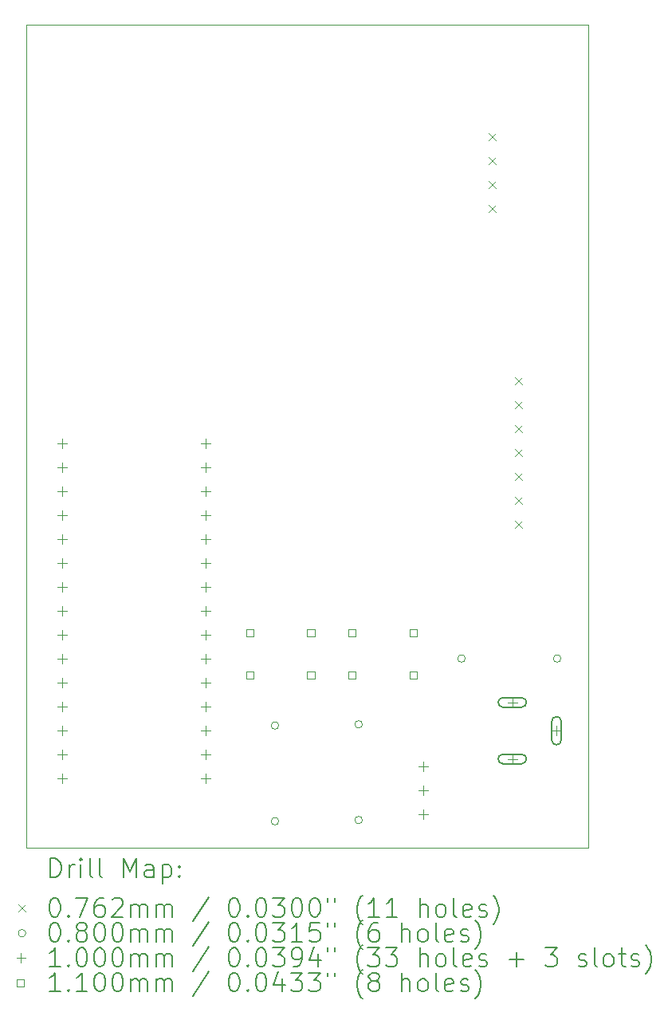
<source format=gbr>
%TF.GenerationSoftware,KiCad,Pcbnew,7.0.5*%
%TF.CreationDate,2023-06-25T17:44:10+02:00*%
%TF.ProjectId,test,74657374-2e6b-4696-9361-645f70636258,rev?*%
%TF.SameCoordinates,Original*%
%TF.FileFunction,Drillmap*%
%TF.FilePolarity,Positive*%
%FSLAX45Y45*%
G04 Gerber Fmt 4.5, Leading zero omitted, Abs format (unit mm)*
G04 Created by KiCad (PCBNEW 7.0.5) date 2023-06-25 17:44:10*
%MOMM*%
%LPD*%
G01*
G04 APERTURE LIST*
%ADD10C,0.100000*%
%ADD11C,0.200000*%
%ADD12C,0.076200*%
%ADD13C,0.080000*%
%ADD14C,0.110000*%
G04 APERTURE END LIST*
D10*
X13690600Y-3263900D02*
X19659600Y-3263900D01*
X19659600Y-12001500D01*
X13690600Y-12001500D01*
X13690600Y-3263900D01*
D11*
D12*
X18605500Y-4419600D02*
X18681700Y-4495800D01*
X18681700Y-4419600D02*
X18605500Y-4495800D01*
X18605500Y-4673600D02*
X18681700Y-4749800D01*
X18681700Y-4673600D02*
X18605500Y-4749800D01*
X18605500Y-4927600D02*
X18681700Y-5003800D01*
X18681700Y-4927600D02*
X18605500Y-5003800D01*
X18605500Y-5181600D02*
X18681700Y-5257800D01*
X18681700Y-5181600D02*
X18605500Y-5257800D01*
X18884900Y-7010400D02*
X18961100Y-7086600D01*
X18961100Y-7010400D02*
X18884900Y-7086600D01*
X18884900Y-7264400D02*
X18961100Y-7340600D01*
X18961100Y-7264400D02*
X18884900Y-7340600D01*
X18884900Y-7518400D02*
X18961100Y-7594600D01*
X18961100Y-7518400D02*
X18884900Y-7594600D01*
X18884900Y-7772400D02*
X18961100Y-7848600D01*
X18961100Y-7772400D02*
X18884900Y-7848600D01*
X18884900Y-8026400D02*
X18961100Y-8102600D01*
X18961100Y-8026400D02*
X18884900Y-8102600D01*
X18884900Y-8280400D02*
X18961100Y-8356600D01*
X18961100Y-8280400D02*
X18884900Y-8356600D01*
X18884900Y-8534400D02*
X18961100Y-8610600D01*
X18961100Y-8534400D02*
X18884900Y-8610600D01*
D13*
X16372200Y-10706100D02*
G75*
G03*
X16372200Y-10706100I-40000J0D01*
G01*
X16372200Y-11722100D02*
G75*
G03*
X16372200Y-11722100I-40000J0D01*
G01*
X17261200Y-10693400D02*
G75*
G03*
X17261200Y-10693400I-40000J0D01*
G01*
X17261200Y-11709400D02*
G75*
G03*
X17261200Y-11709400I-40000J0D01*
G01*
X18353400Y-9994900D02*
G75*
G03*
X18353400Y-9994900I-40000J0D01*
G01*
X19369400Y-9994900D02*
G75*
G03*
X19369400Y-9994900I-40000J0D01*
G01*
D10*
X14071600Y-7658900D02*
X14071600Y-7758900D01*
X14021600Y-7708900D02*
X14121600Y-7708900D01*
X14071600Y-7912900D02*
X14071600Y-8012900D01*
X14021600Y-7962900D02*
X14121600Y-7962900D01*
X14071600Y-8166900D02*
X14071600Y-8266900D01*
X14021600Y-8216900D02*
X14121600Y-8216900D01*
X14071600Y-8420900D02*
X14071600Y-8520900D01*
X14021600Y-8470900D02*
X14121600Y-8470900D01*
X14071600Y-8674900D02*
X14071600Y-8774900D01*
X14021600Y-8724900D02*
X14121600Y-8724900D01*
X14071600Y-8928900D02*
X14071600Y-9028900D01*
X14021600Y-8978900D02*
X14121600Y-8978900D01*
X14071600Y-9182900D02*
X14071600Y-9282900D01*
X14021600Y-9232900D02*
X14121600Y-9232900D01*
X14071600Y-9436900D02*
X14071600Y-9536900D01*
X14021600Y-9486900D02*
X14121600Y-9486900D01*
X14071600Y-9690900D02*
X14071600Y-9790900D01*
X14021600Y-9740900D02*
X14121600Y-9740900D01*
X14071600Y-9944900D02*
X14071600Y-10044900D01*
X14021600Y-9994900D02*
X14121600Y-9994900D01*
X14071600Y-10198900D02*
X14071600Y-10298900D01*
X14021600Y-10248900D02*
X14121600Y-10248900D01*
X14071600Y-10452900D02*
X14071600Y-10552900D01*
X14021600Y-10502900D02*
X14121600Y-10502900D01*
X14071600Y-10706900D02*
X14071600Y-10806900D01*
X14021600Y-10756900D02*
X14121600Y-10756900D01*
X14071600Y-10960900D02*
X14071600Y-11060900D01*
X14021600Y-11010900D02*
X14121600Y-11010900D01*
X14071600Y-11214900D02*
X14071600Y-11314900D01*
X14021600Y-11264900D02*
X14121600Y-11264900D01*
X15595600Y-7658900D02*
X15595600Y-7758900D01*
X15545600Y-7708900D02*
X15645600Y-7708900D01*
X15595600Y-7912900D02*
X15595600Y-8012900D01*
X15545600Y-7962900D02*
X15645600Y-7962900D01*
X15595600Y-8166900D02*
X15595600Y-8266900D01*
X15545600Y-8216900D02*
X15645600Y-8216900D01*
X15595600Y-8420900D02*
X15595600Y-8520900D01*
X15545600Y-8470900D02*
X15645600Y-8470900D01*
X15595600Y-8674900D02*
X15595600Y-8774900D01*
X15545600Y-8724900D02*
X15645600Y-8724900D01*
X15595600Y-8928900D02*
X15595600Y-9028900D01*
X15545600Y-8978900D02*
X15645600Y-8978900D01*
X15595600Y-9182900D02*
X15595600Y-9282900D01*
X15545600Y-9232900D02*
X15645600Y-9232900D01*
X15595600Y-9436900D02*
X15595600Y-9536900D01*
X15545600Y-9486900D02*
X15645600Y-9486900D01*
X15595600Y-9690900D02*
X15595600Y-9790900D01*
X15545600Y-9740900D02*
X15645600Y-9740900D01*
X15595600Y-9944900D02*
X15595600Y-10044900D01*
X15545600Y-9994900D02*
X15645600Y-9994900D01*
X15595600Y-10198900D02*
X15595600Y-10298900D01*
X15545600Y-10248900D02*
X15645600Y-10248900D01*
X15595600Y-10452900D02*
X15595600Y-10552900D01*
X15545600Y-10502900D02*
X15645600Y-10502900D01*
X15595600Y-10706900D02*
X15595600Y-10806900D01*
X15545600Y-10756900D02*
X15645600Y-10756900D01*
X15595600Y-10960900D02*
X15595600Y-11060900D01*
X15545600Y-11010900D02*
X15645600Y-11010900D01*
X15595600Y-11214900D02*
X15595600Y-11314900D01*
X15545600Y-11264900D02*
X15645600Y-11264900D01*
X17907000Y-11087900D02*
X17907000Y-11187900D01*
X17857000Y-11137900D02*
X17957000Y-11137900D01*
X17907000Y-11341900D02*
X17907000Y-11441900D01*
X17857000Y-11391900D02*
X17957000Y-11391900D01*
X17907000Y-11595900D02*
X17907000Y-11695900D01*
X17857000Y-11645900D02*
X17957000Y-11645900D01*
X18852650Y-10411700D02*
X18852650Y-10511700D01*
X18802650Y-10461700D02*
X18902650Y-10461700D01*
D11*
X18752650Y-10511700D02*
X18952650Y-10511700D01*
X18952650Y-10511700D02*
G75*
G03*
X18952650Y-10411700I0J50000D01*
G01*
X18952650Y-10411700D02*
X18752650Y-10411700D01*
X18752650Y-10411700D02*
G75*
G03*
X18752650Y-10511700I0J-50000D01*
G01*
D10*
X18852650Y-11011700D02*
X18852650Y-11111700D01*
X18802650Y-11061700D02*
X18902650Y-11061700D01*
D11*
X18752650Y-11111700D02*
X18952650Y-11111700D01*
X18952650Y-11111700D02*
G75*
G03*
X18952650Y-11011700I0J50000D01*
G01*
X18952650Y-11011700D02*
X18752650Y-11011700D01*
X18752650Y-11011700D02*
G75*
G03*
X18752650Y-11111700I0J-50000D01*
G01*
D10*
X19322650Y-10711700D02*
X19322650Y-10811700D01*
X19272650Y-10761700D02*
X19372650Y-10761700D01*
D11*
X19372650Y-10861700D02*
X19372650Y-10661700D01*
X19372650Y-10661700D02*
G75*
G03*
X19272650Y-10661700I-50000J0D01*
G01*
X19272650Y-10661700D02*
X19272650Y-10861700D01*
X19272650Y-10861700D02*
G75*
G03*
X19372650Y-10861700I50000J0D01*
G01*
D14*
X16102091Y-9757991D02*
X16102091Y-9680209D01*
X16024309Y-9680209D01*
X16024309Y-9757991D01*
X16102091Y-9757991D01*
X16102091Y-10207991D02*
X16102091Y-10130209D01*
X16024309Y-10130209D01*
X16024309Y-10207991D01*
X16102091Y-10207991D01*
X16752091Y-9757991D02*
X16752091Y-9680209D01*
X16674309Y-9680209D01*
X16674309Y-9757991D01*
X16752091Y-9757991D01*
X16752091Y-10207991D02*
X16752091Y-10130209D01*
X16674309Y-10130209D01*
X16674309Y-10207991D01*
X16752091Y-10207991D01*
X17189091Y-9757991D02*
X17189091Y-9680209D01*
X17111309Y-9680209D01*
X17111309Y-9757991D01*
X17189091Y-9757991D01*
X17189091Y-10207991D02*
X17189091Y-10130209D01*
X17111309Y-10130209D01*
X17111309Y-10207991D01*
X17189091Y-10207991D01*
X17839091Y-9757991D02*
X17839091Y-9680209D01*
X17761309Y-9680209D01*
X17761309Y-9757991D01*
X17839091Y-9757991D01*
X17839091Y-10207991D02*
X17839091Y-10130209D01*
X17761309Y-10130209D01*
X17761309Y-10207991D01*
X17839091Y-10207991D01*
D11*
X13946377Y-12317984D02*
X13946377Y-12117984D01*
X13946377Y-12117984D02*
X13993996Y-12117984D01*
X13993996Y-12117984D02*
X14022567Y-12127508D01*
X14022567Y-12127508D02*
X14041615Y-12146555D01*
X14041615Y-12146555D02*
X14051139Y-12165603D01*
X14051139Y-12165603D02*
X14060662Y-12203698D01*
X14060662Y-12203698D02*
X14060662Y-12232269D01*
X14060662Y-12232269D02*
X14051139Y-12270365D01*
X14051139Y-12270365D02*
X14041615Y-12289412D01*
X14041615Y-12289412D02*
X14022567Y-12308460D01*
X14022567Y-12308460D02*
X13993996Y-12317984D01*
X13993996Y-12317984D02*
X13946377Y-12317984D01*
X14146377Y-12317984D02*
X14146377Y-12184650D01*
X14146377Y-12222746D02*
X14155901Y-12203698D01*
X14155901Y-12203698D02*
X14165424Y-12194174D01*
X14165424Y-12194174D02*
X14184472Y-12184650D01*
X14184472Y-12184650D02*
X14203520Y-12184650D01*
X14270186Y-12317984D02*
X14270186Y-12184650D01*
X14270186Y-12117984D02*
X14260662Y-12127508D01*
X14260662Y-12127508D02*
X14270186Y-12137031D01*
X14270186Y-12137031D02*
X14279710Y-12127508D01*
X14279710Y-12127508D02*
X14270186Y-12117984D01*
X14270186Y-12117984D02*
X14270186Y-12137031D01*
X14393996Y-12317984D02*
X14374948Y-12308460D01*
X14374948Y-12308460D02*
X14365424Y-12289412D01*
X14365424Y-12289412D02*
X14365424Y-12117984D01*
X14498758Y-12317984D02*
X14479710Y-12308460D01*
X14479710Y-12308460D02*
X14470186Y-12289412D01*
X14470186Y-12289412D02*
X14470186Y-12117984D01*
X14727329Y-12317984D02*
X14727329Y-12117984D01*
X14727329Y-12117984D02*
X14793996Y-12260841D01*
X14793996Y-12260841D02*
X14860662Y-12117984D01*
X14860662Y-12117984D02*
X14860662Y-12317984D01*
X15041615Y-12317984D02*
X15041615Y-12213222D01*
X15041615Y-12213222D02*
X15032091Y-12194174D01*
X15032091Y-12194174D02*
X15013043Y-12184650D01*
X15013043Y-12184650D02*
X14974948Y-12184650D01*
X14974948Y-12184650D02*
X14955901Y-12194174D01*
X15041615Y-12308460D02*
X15022567Y-12317984D01*
X15022567Y-12317984D02*
X14974948Y-12317984D01*
X14974948Y-12317984D02*
X14955901Y-12308460D01*
X14955901Y-12308460D02*
X14946377Y-12289412D01*
X14946377Y-12289412D02*
X14946377Y-12270365D01*
X14946377Y-12270365D02*
X14955901Y-12251317D01*
X14955901Y-12251317D02*
X14974948Y-12241793D01*
X14974948Y-12241793D02*
X15022567Y-12241793D01*
X15022567Y-12241793D02*
X15041615Y-12232269D01*
X15136853Y-12184650D02*
X15136853Y-12384650D01*
X15136853Y-12194174D02*
X15155901Y-12184650D01*
X15155901Y-12184650D02*
X15193996Y-12184650D01*
X15193996Y-12184650D02*
X15213043Y-12194174D01*
X15213043Y-12194174D02*
X15222567Y-12203698D01*
X15222567Y-12203698D02*
X15232091Y-12222746D01*
X15232091Y-12222746D02*
X15232091Y-12279888D01*
X15232091Y-12279888D02*
X15222567Y-12298936D01*
X15222567Y-12298936D02*
X15213043Y-12308460D01*
X15213043Y-12308460D02*
X15193996Y-12317984D01*
X15193996Y-12317984D02*
X15155901Y-12317984D01*
X15155901Y-12317984D02*
X15136853Y-12308460D01*
X15317805Y-12298936D02*
X15327329Y-12308460D01*
X15327329Y-12308460D02*
X15317805Y-12317984D01*
X15317805Y-12317984D02*
X15308282Y-12308460D01*
X15308282Y-12308460D02*
X15317805Y-12298936D01*
X15317805Y-12298936D02*
X15317805Y-12317984D01*
X15317805Y-12194174D02*
X15327329Y-12203698D01*
X15327329Y-12203698D02*
X15317805Y-12213222D01*
X15317805Y-12213222D02*
X15308282Y-12203698D01*
X15308282Y-12203698D02*
X15317805Y-12194174D01*
X15317805Y-12194174D02*
X15317805Y-12213222D01*
D12*
X13609400Y-12608400D02*
X13685600Y-12684600D01*
X13685600Y-12608400D02*
X13609400Y-12684600D01*
D11*
X13984472Y-12537984D02*
X14003520Y-12537984D01*
X14003520Y-12537984D02*
X14022567Y-12547508D01*
X14022567Y-12547508D02*
X14032091Y-12557031D01*
X14032091Y-12557031D02*
X14041615Y-12576079D01*
X14041615Y-12576079D02*
X14051139Y-12614174D01*
X14051139Y-12614174D02*
X14051139Y-12661793D01*
X14051139Y-12661793D02*
X14041615Y-12699888D01*
X14041615Y-12699888D02*
X14032091Y-12718936D01*
X14032091Y-12718936D02*
X14022567Y-12728460D01*
X14022567Y-12728460D02*
X14003520Y-12737984D01*
X14003520Y-12737984D02*
X13984472Y-12737984D01*
X13984472Y-12737984D02*
X13965424Y-12728460D01*
X13965424Y-12728460D02*
X13955901Y-12718936D01*
X13955901Y-12718936D02*
X13946377Y-12699888D01*
X13946377Y-12699888D02*
X13936853Y-12661793D01*
X13936853Y-12661793D02*
X13936853Y-12614174D01*
X13936853Y-12614174D02*
X13946377Y-12576079D01*
X13946377Y-12576079D02*
X13955901Y-12557031D01*
X13955901Y-12557031D02*
X13965424Y-12547508D01*
X13965424Y-12547508D02*
X13984472Y-12537984D01*
X14136853Y-12718936D02*
X14146377Y-12728460D01*
X14146377Y-12728460D02*
X14136853Y-12737984D01*
X14136853Y-12737984D02*
X14127329Y-12728460D01*
X14127329Y-12728460D02*
X14136853Y-12718936D01*
X14136853Y-12718936D02*
X14136853Y-12737984D01*
X14213043Y-12537984D02*
X14346377Y-12537984D01*
X14346377Y-12537984D02*
X14260662Y-12737984D01*
X14508282Y-12537984D02*
X14470186Y-12537984D01*
X14470186Y-12537984D02*
X14451139Y-12547508D01*
X14451139Y-12547508D02*
X14441615Y-12557031D01*
X14441615Y-12557031D02*
X14422567Y-12585603D01*
X14422567Y-12585603D02*
X14413043Y-12623698D01*
X14413043Y-12623698D02*
X14413043Y-12699888D01*
X14413043Y-12699888D02*
X14422567Y-12718936D01*
X14422567Y-12718936D02*
X14432091Y-12728460D01*
X14432091Y-12728460D02*
X14451139Y-12737984D01*
X14451139Y-12737984D02*
X14489234Y-12737984D01*
X14489234Y-12737984D02*
X14508282Y-12728460D01*
X14508282Y-12728460D02*
X14517805Y-12718936D01*
X14517805Y-12718936D02*
X14527329Y-12699888D01*
X14527329Y-12699888D02*
X14527329Y-12652269D01*
X14527329Y-12652269D02*
X14517805Y-12633222D01*
X14517805Y-12633222D02*
X14508282Y-12623698D01*
X14508282Y-12623698D02*
X14489234Y-12614174D01*
X14489234Y-12614174D02*
X14451139Y-12614174D01*
X14451139Y-12614174D02*
X14432091Y-12623698D01*
X14432091Y-12623698D02*
X14422567Y-12633222D01*
X14422567Y-12633222D02*
X14413043Y-12652269D01*
X14603520Y-12557031D02*
X14613043Y-12547508D01*
X14613043Y-12547508D02*
X14632091Y-12537984D01*
X14632091Y-12537984D02*
X14679710Y-12537984D01*
X14679710Y-12537984D02*
X14698758Y-12547508D01*
X14698758Y-12547508D02*
X14708282Y-12557031D01*
X14708282Y-12557031D02*
X14717805Y-12576079D01*
X14717805Y-12576079D02*
X14717805Y-12595127D01*
X14717805Y-12595127D02*
X14708282Y-12623698D01*
X14708282Y-12623698D02*
X14593996Y-12737984D01*
X14593996Y-12737984D02*
X14717805Y-12737984D01*
X14803520Y-12737984D02*
X14803520Y-12604650D01*
X14803520Y-12623698D02*
X14813043Y-12614174D01*
X14813043Y-12614174D02*
X14832091Y-12604650D01*
X14832091Y-12604650D02*
X14860663Y-12604650D01*
X14860663Y-12604650D02*
X14879710Y-12614174D01*
X14879710Y-12614174D02*
X14889234Y-12633222D01*
X14889234Y-12633222D02*
X14889234Y-12737984D01*
X14889234Y-12633222D02*
X14898758Y-12614174D01*
X14898758Y-12614174D02*
X14917805Y-12604650D01*
X14917805Y-12604650D02*
X14946377Y-12604650D01*
X14946377Y-12604650D02*
X14965424Y-12614174D01*
X14965424Y-12614174D02*
X14974948Y-12633222D01*
X14974948Y-12633222D02*
X14974948Y-12737984D01*
X15070186Y-12737984D02*
X15070186Y-12604650D01*
X15070186Y-12623698D02*
X15079710Y-12614174D01*
X15079710Y-12614174D02*
X15098758Y-12604650D01*
X15098758Y-12604650D02*
X15127329Y-12604650D01*
X15127329Y-12604650D02*
X15146377Y-12614174D01*
X15146377Y-12614174D02*
X15155901Y-12633222D01*
X15155901Y-12633222D02*
X15155901Y-12737984D01*
X15155901Y-12633222D02*
X15165424Y-12614174D01*
X15165424Y-12614174D02*
X15184472Y-12604650D01*
X15184472Y-12604650D02*
X15213043Y-12604650D01*
X15213043Y-12604650D02*
X15232091Y-12614174D01*
X15232091Y-12614174D02*
X15241615Y-12633222D01*
X15241615Y-12633222D02*
X15241615Y-12737984D01*
X15632091Y-12528460D02*
X15460663Y-12785603D01*
X15889234Y-12537984D02*
X15908282Y-12537984D01*
X15908282Y-12537984D02*
X15927329Y-12547508D01*
X15927329Y-12547508D02*
X15936853Y-12557031D01*
X15936853Y-12557031D02*
X15946377Y-12576079D01*
X15946377Y-12576079D02*
X15955901Y-12614174D01*
X15955901Y-12614174D02*
X15955901Y-12661793D01*
X15955901Y-12661793D02*
X15946377Y-12699888D01*
X15946377Y-12699888D02*
X15936853Y-12718936D01*
X15936853Y-12718936D02*
X15927329Y-12728460D01*
X15927329Y-12728460D02*
X15908282Y-12737984D01*
X15908282Y-12737984D02*
X15889234Y-12737984D01*
X15889234Y-12737984D02*
X15870186Y-12728460D01*
X15870186Y-12728460D02*
X15860663Y-12718936D01*
X15860663Y-12718936D02*
X15851139Y-12699888D01*
X15851139Y-12699888D02*
X15841615Y-12661793D01*
X15841615Y-12661793D02*
X15841615Y-12614174D01*
X15841615Y-12614174D02*
X15851139Y-12576079D01*
X15851139Y-12576079D02*
X15860663Y-12557031D01*
X15860663Y-12557031D02*
X15870186Y-12547508D01*
X15870186Y-12547508D02*
X15889234Y-12537984D01*
X16041615Y-12718936D02*
X16051139Y-12728460D01*
X16051139Y-12728460D02*
X16041615Y-12737984D01*
X16041615Y-12737984D02*
X16032091Y-12728460D01*
X16032091Y-12728460D02*
X16041615Y-12718936D01*
X16041615Y-12718936D02*
X16041615Y-12737984D01*
X16174948Y-12537984D02*
X16193996Y-12537984D01*
X16193996Y-12537984D02*
X16213044Y-12547508D01*
X16213044Y-12547508D02*
X16222567Y-12557031D01*
X16222567Y-12557031D02*
X16232091Y-12576079D01*
X16232091Y-12576079D02*
X16241615Y-12614174D01*
X16241615Y-12614174D02*
X16241615Y-12661793D01*
X16241615Y-12661793D02*
X16232091Y-12699888D01*
X16232091Y-12699888D02*
X16222567Y-12718936D01*
X16222567Y-12718936D02*
X16213044Y-12728460D01*
X16213044Y-12728460D02*
X16193996Y-12737984D01*
X16193996Y-12737984D02*
X16174948Y-12737984D01*
X16174948Y-12737984D02*
X16155901Y-12728460D01*
X16155901Y-12728460D02*
X16146377Y-12718936D01*
X16146377Y-12718936D02*
X16136853Y-12699888D01*
X16136853Y-12699888D02*
X16127329Y-12661793D01*
X16127329Y-12661793D02*
X16127329Y-12614174D01*
X16127329Y-12614174D02*
X16136853Y-12576079D01*
X16136853Y-12576079D02*
X16146377Y-12557031D01*
X16146377Y-12557031D02*
X16155901Y-12547508D01*
X16155901Y-12547508D02*
X16174948Y-12537984D01*
X16308282Y-12537984D02*
X16432091Y-12537984D01*
X16432091Y-12537984D02*
X16365425Y-12614174D01*
X16365425Y-12614174D02*
X16393996Y-12614174D01*
X16393996Y-12614174D02*
X16413044Y-12623698D01*
X16413044Y-12623698D02*
X16422567Y-12633222D01*
X16422567Y-12633222D02*
X16432091Y-12652269D01*
X16432091Y-12652269D02*
X16432091Y-12699888D01*
X16432091Y-12699888D02*
X16422567Y-12718936D01*
X16422567Y-12718936D02*
X16413044Y-12728460D01*
X16413044Y-12728460D02*
X16393996Y-12737984D01*
X16393996Y-12737984D02*
X16336853Y-12737984D01*
X16336853Y-12737984D02*
X16317806Y-12728460D01*
X16317806Y-12728460D02*
X16308282Y-12718936D01*
X16555901Y-12537984D02*
X16574948Y-12537984D01*
X16574948Y-12537984D02*
X16593996Y-12547508D01*
X16593996Y-12547508D02*
X16603520Y-12557031D01*
X16603520Y-12557031D02*
X16613044Y-12576079D01*
X16613044Y-12576079D02*
X16622567Y-12614174D01*
X16622567Y-12614174D02*
X16622567Y-12661793D01*
X16622567Y-12661793D02*
X16613044Y-12699888D01*
X16613044Y-12699888D02*
X16603520Y-12718936D01*
X16603520Y-12718936D02*
X16593996Y-12728460D01*
X16593996Y-12728460D02*
X16574948Y-12737984D01*
X16574948Y-12737984D02*
X16555901Y-12737984D01*
X16555901Y-12737984D02*
X16536853Y-12728460D01*
X16536853Y-12728460D02*
X16527329Y-12718936D01*
X16527329Y-12718936D02*
X16517806Y-12699888D01*
X16517806Y-12699888D02*
X16508282Y-12661793D01*
X16508282Y-12661793D02*
X16508282Y-12614174D01*
X16508282Y-12614174D02*
X16517806Y-12576079D01*
X16517806Y-12576079D02*
X16527329Y-12557031D01*
X16527329Y-12557031D02*
X16536853Y-12547508D01*
X16536853Y-12547508D02*
X16555901Y-12537984D01*
X16746377Y-12537984D02*
X16765425Y-12537984D01*
X16765425Y-12537984D02*
X16784472Y-12547508D01*
X16784472Y-12547508D02*
X16793996Y-12557031D01*
X16793996Y-12557031D02*
X16803520Y-12576079D01*
X16803520Y-12576079D02*
X16813044Y-12614174D01*
X16813044Y-12614174D02*
X16813044Y-12661793D01*
X16813044Y-12661793D02*
X16803520Y-12699888D01*
X16803520Y-12699888D02*
X16793996Y-12718936D01*
X16793996Y-12718936D02*
X16784472Y-12728460D01*
X16784472Y-12728460D02*
X16765425Y-12737984D01*
X16765425Y-12737984D02*
X16746377Y-12737984D01*
X16746377Y-12737984D02*
X16727329Y-12728460D01*
X16727329Y-12728460D02*
X16717806Y-12718936D01*
X16717806Y-12718936D02*
X16708282Y-12699888D01*
X16708282Y-12699888D02*
X16698758Y-12661793D01*
X16698758Y-12661793D02*
X16698758Y-12614174D01*
X16698758Y-12614174D02*
X16708282Y-12576079D01*
X16708282Y-12576079D02*
X16717806Y-12557031D01*
X16717806Y-12557031D02*
X16727329Y-12547508D01*
X16727329Y-12547508D02*
X16746377Y-12537984D01*
X16889234Y-12537984D02*
X16889234Y-12576079D01*
X16965425Y-12537984D02*
X16965425Y-12576079D01*
X17260663Y-12814174D02*
X17251139Y-12804650D01*
X17251139Y-12804650D02*
X17232091Y-12776079D01*
X17232091Y-12776079D02*
X17222568Y-12757031D01*
X17222568Y-12757031D02*
X17213044Y-12728460D01*
X17213044Y-12728460D02*
X17203520Y-12680841D01*
X17203520Y-12680841D02*
X17203520Y-12642746D01*
X17203520Y-12642746D02*
X17213044Y-12595127D01*
X17213044Y-12595127D02*
X17222568Y-12566555D01*
X17222568Y-12566555D02*
X17232091Y-12547508D01*
X17232091Y-12547508D02*
X17251139Y-12518936D01*
X17251139Y-12518936D02*
X17260663Y-12509412D01*
X17441615Y-12737984D02*
X17327330Y-12737984D01*
X17384472Y-12737984D02*
X17384472Y-12537984D01*
X17384472Y-12537984D02*
X17365425Y-12566555D01*
X17365425Y-12566555D02*
X17346377Y-12585603D01*
X17346377Y-12585603D02*
X17327330Y-12595127D01*
X17632091Y-12737984D02*
X17517806Y-12737984D01*
X17574949Y-12737984D02*
X17574949Y-12537984D01*
X17574949Y-12537984D02*
X17555901Y-12566555D01*
X17555901Y-12566555D02*
X17536853Y-12585603D01*
X17536853Y-12585603D02*
X17517806Y-12595127D01*
X17870187Y-12737984D02*
X17870187Y-12537984D01*
X17955901Y-12737984D02*
X17955901Y-12633222D01*
X17955901Y-12633222D02*
X17946377Y-12614174D01*
X17946377Y-12614174D02*
X17927330Y-12604650D01*
X17927330Y-12604650D02*
X17898758Y-12604650D01*
X17898758Y-12604650D02*
X17879711Y-12614174D01*
X17879711Y-12614174D02*
X17870187Y-12623698D01*
X18079711Y-12737984D02*
X18060663Y-12728460D01*
X18060663Y-12728460D02*
X18051139Y-12718936D01*
X18051139Y-12718936D02*
X18041615Y-12699888D01*
X18041615Y-12699888D02*
X18041615Y-12642746D01*
X18041615Y-12642746D02*
X18051139Y-12623698D01*
X18051139Y-12623698D02*
X18060663Y-12614174D01*
X18060663Y-12614174D02*
X18079711Y-12604650D01*
X18079711Y-12604650D02*
X18108282Y-12604650D01*
X18108282Y-12604650D02*
X18127330Y-12614174D01*
X18127330Y-12614174D02*
X18136853Y-12623698D01*
X18136853Y-12623698D02*
X18146377Y-12642746D01*
X18146377Y-12642746D02*
X18146377Y-12699888D01*
X18146377Y-12699888D02*
X18136853Y-12718936D01*
X18136853Y-12718936D02*
X18127330Y-12728460D01*
X18127330Y-12728460D02*
X18108282Y-12737984D01*
X18108282Y-12737984D02*
X18079711Y-12737984D01*
X18260663Y-12737984D02*
X18241615Y-12728460D01*
X18241615Y-12728460D02*
X18232092Y-12709412D01*
X18232092Y-12709412D02*
X18232092Y-12537984D01*
X18413044Y-12728460D02*
X18393996Y-12737984D01*
X18393996Y-12737984D02*
X18355901Y-12737984D01*
X18355901Y-12737984D02*
X18336853Y-12728460D01*
X18336853Y-12728460D02*
X18327330Y-12709412D01*
X18327330Y-12709412D02*
X18327330Y-12633222D01*
X18327330Y-12633222D02*
X18336853Y-12614174D01*
X18336853Y-12614174D02*
X18355901Y-12604650D01*
X18355901Y-12604650D02*
X18393996Y-12604650D01*
X18393996Y-12604650D02*
X18413044Y-12614174D01*
X18413044Y-12614174D02*
X18422568Y-12633222D01*
X18422568Y-12633222D02*
X18422568Y-12652269D01*
X18422568Y-12652269D02*
X18327330Y-12671317D01*
X18498758Y-12728460D02*
X18517806Y-12737984D01*
X18517806Y-12737984D02*
X18555901Y-12737984D01*
X18555901Y-12737984D02*
X18574949Y-12728460D01*
X18574949Y-12728460D02*
X18584473Y-12709412D01*
X18584473Y-12709412D02*
X18584473Y-12699888D01*
X18584473Y-12699888D02*
X18574949Y-12680841D01*
X18574949Y-12680841D02*
X18555901Y-12671317D01*
X18555901Y-12671317D02*
X18527330Y-12671317D01*
X18527330Y-12671317D02*
X18508282Y-12661793D01*
X18508282Y-12661793D02*
X18498758Y-12642746D01*
X18498758Y-12642746D02*
X18498758Y-12633222D01*
X18498758Y-12633222D02*
X18508282Y-12614174D01*
X18508282Y-12614174D02*
X18527330Y-12604650D01*
X18527330Y-12604650D02*
X18555901Y-12604650D01*
X18555901Y-12604650D02*
X18574949Y-12614174D01*
X18651139Y-12814174D02*
X18660663Y-12804650D01*
X18660663Y-12804650D02*
X18679711Y-12776079D01*
X18679711Y-12776079D02*
X18689234Y-12757031D01*
X18689234Y-12757031D02*
X18698758Y-12728460D01*
X18698758Y-12728460D02*
X18708282Y-12680841D01*
X18708282Y-12680841D02*
X18708282Y-12642746D01*
X18708282Y-12642746D02*
X18698758Y-12595127D01*
X18698758Y-12595127D02*
X18689234Y-12566555D01*
X18689234Y-12566555D02*
X18679711Y-12547508D01*
X18679711Y-12547508D02*
X18660663Y-12518936D01*
X18660663Y-12518936D02*
X18651139Y-12509412D01*
D13*
X13685600Y-12910500D02*
G75*
G03*
X13685600Y-12910500I-40000J0D01*
G01*
D11*
X13984472Y-12801984D02*
X14003520Y-12801984D01*
X14003520Y-12801984D02*
X14022567Y-12811508D01*
X14022567Y-12811508D02*
X14032091Y-12821031D01*
X14032091Y-12821031D02*
X14041615Y-12840079D01*
X14041615Y-12840079D02*
X14051139Y-12878174D01*
X14051139Y-12878174D02*
X14051139Y-12925793D01*
X14051139Y-12925793D02*
X14041615Y-12963888D01*
X14041615Y-12963888D02*
X14032091Y-12982936D01*
X14032091Y-12982936D02*
X14022567Y-12992460D01*
X14022567Y-12992460D02*
X14003520Y-13001984D01*
X14003520Y-13001984D02*
X13984472Y-13001984D01*
X13984472Y-13001984D02*
X13965424Y-12992460D01*
X13965424Y-12992460D02*
X13955901Y-12982936D01*
X13955901Y-12982936D02*
X13946377Y-12963888D01*
X13946377Y-12963888D02*
X13936853Y-12925793D01*
X13936853Y-12925793D02*
X13936853Y-12878174D01*
X13936853Y-12878174D02*
X13946377Y-12840079D01*
X13946377Y-12840079D02*
X13955901Y-12821031D01*
X13955901Y-12821031D02*
X13965424Y-12811508D01*
X13965424Y-12811508D02*
X13984472Y-12801984D01*
X14136853Y-12982936D02*
X14146377Y-12992460D01*
X14146377Y-12992460D02*
X14136853Y-13001984D01*
X14136853Y-13001984D02*
X14127329Y-12992460D01*
X14127329Y-12992460D02*
X14136853Y-12982936D01*
X14136853Y-12982936D02*
X14136853Y-13001984D01*
X14260662Y-12887698D02*
X14241615Y-12878174D01*
X14241615Y-12878174D02*
X14232091Y-12868650D01*
X14232091Y-12868650D02*
X14222567Y-12849603D01*
X14222567Y-12849603D02*
X14222567Y-12840079D01*
X14222567Y-12840079D02*
X14232091Y-12821031D01*
X14232091Y-12821031D02*
X14241615Y-12811508D01*
X14241615Y-12811508D02*
X14260662Y-12801984D01*
X14260662Y-12801984D02*
X14298758Y-12801984D01*
X14298758Y-12801984D02*
X14317805Y-12811508D01*
X14317805Y-12811508D02*
X14327329Y-12821031D01*
X14327329Y-12821031D02*
X14336853Y-12840079D01*
X14336853Y-12840079D02*
X14336853Y-12849603D01*
X14336853Y-12849603D02*
X14327329Y-12868650D01*
X14327329Y-12868650D02*
X14317805Y-12878174D01*
X14317805Y-12878174D02*
X14298758Y-12887698D01*
X14298758Y-12887698D02*
X14260662Y-12887698D01*
X14260662Y-12887698D02*
X14241615Y-12897222D01*
X14241615Y-12897222D02*
X14232091Y-12906746D01*
X14232091Y-12906746D02*
X14222567Y-12925793D01*
X14222567Y-12925793D02*
X14222567Y-12963888D01*
X14222567Y-12963888D02*
X14232091Y-12982936D01*
X14232091Y-12982936D02*
X14241615Y-12992460D01*
X14241615Y-12992460D02*
X14260662Y-13001984D01*
X14260662Y-13001984D02*
X14298758Y-13001984D01*
X14298758Y-13001984D02*
X14317805Y-12992460D01*
X14317805Y-12992460D02*
X14327329Y-12982936D01*
X14327329Y-12982936D02*
X14336853Y-12963888D01*
X14336853Y-12963888D02*
X14336853Y-12925793D01*
X14336853Y-12925793D02*
X14327329Y-12906746D01*
X14327329Y-12906746D02*
X14317805Y-12897222D01*
X14317805Y-12897222D02*
X14298758Y-12887698D01*
X14460662Y-12801984D02*
X14479710Y-12801984D01*
X14479710Y-12801984D02*
X14498758Y-12811508D01*
X14498758Y-12811508D02*
X14508282Y-12821031D01*
X14508282Y-12821031D02*
X14517805Y-12840079D01*
X14517805Y-12840079D02*
X14527329Y-12878174D01*
X14527329Y-12878174D02*
X14527329Y-12925793D01*
X14527329Y-12925793D02*
X14517805Y-12963888D01*
X14517805Y-12963888D02*
X14508282Y-12982936D01*
X14508282Y-12982936D02*
X14498758Y-12992460D01*
X14498758Y-12992460D02*
X14479710Y-13001984D01*
X14479710Y-13001984D02*
X14460662Y-13001984D01*
X14460662Y-13001984D02*
X14441615Y-12992460D01*
X14441615Y-12992460D02*
X14432091Y-12982936D01*
X14432091Y-12982936D02*
X14422567Y-12963888D01*
X14422567Y-12963888D02*
X14413043Y-12925793D01*
X14413043Y-12925793D02*
X14413043Y-12878174D01*
X14413043Y-12878174D02*
X14422567Y-12840079D01*
X14422567Y-12840079D02*
X14432091Y-12821031D01*
X14432091Y-12821031D02*
X14441615Y-12811508D01*
X14441615Y-12811508D02*
X14460662Y-12801984D01*
X14651139Y-12801984D02*
X14670186Y-12801984D01*
X14670186Y-12801984D02*
X14689234Y-12811508D01*
X14689234Y-12811508D02*
X14698758Y-12821031D01*
X14698758Y-12821031D02*
X14708282Y-12840079D01*
X14708282Y-12840079D02*
X14717805Y-12878174D01*
X14717805Y-12878174D02*
X14717805Y-12925793D01*
X14717805Y-12925793D02*
X14708282Y-12963888D01*
X14708282Y-12963888D02*
X14698758Y-12982936D01*
X14698758Y-12982936D02*
X14689234Y-12992460D01*
X14689234Y-12992460D02*
X14670186Y-13001984D01*
X14670186Y-13001984D02*
X14651139Y-13001984D01*
X14651139Y-13001984D02*
X14632091Y-12992460D01*
X14632091Y-12992460D02*
X14622567Y-12982936D01*
X14622567Y-12982936D02*
X14613043Y-12963888D01*
X14613043Y-12963888D02*
X14603520Y-12925793D01*
X14603520Y-12925793D02*
X14603520Y-12878174D01*
X14603520Y-12878174D02*
X14613043Y-12840079D01*
X14613043Y-12840079D02*
X14622567Y-12821031D01*
X14622567Y-12821031D02*
X14632091Y-12811508D01*
X14632091Y-12811508D02*
X14651139Y-12801984D01*
X14803520Y-13001984D02*
X14803520Y-12868650D01*
X14803520Y-12887698D02*
X14813043Y-12878174D01*
X14813043Y-12878174D02*
X14832091Y-12868650D01*
X14832091Y-12868650D02*
X14860663Y-12868650D01*
X14860663Y-12868650D02*
X14879710Y-12878174D01*
X14879710Y-12878174D02*
X14889234Y-12897222D01*
X14889234Y-12897222D02*
X14889234Y-13001984D01*
X14889234Y-12897222D02*
X14898758Y-12878174D01*
X14898758Y-12878174D02*
X14917805Y-12868650D01*
X14917805Y-12868650D02*
X14946377Y-12868650D01*
X14946377Y-12868650D02*
X14965424Y-12878174D01*
X14965424Y-12878174D02*
X14974948Y-12897222D01*
X14974948Y-12897222D02*
X14974948Y-13001984D01*
X15070186Y-13001984D02*
X15070186Y-12868650D01*
X15070186Y-12887698D02*
X15079710Y-12878174D01*
X15079710Y-12878174D02*
X15098758Y-12868650D01*
X15098758Y-12868650D02*
X15127329Y-12868650D01*
X15127329Y-12868650D02*
X15146377Y-12878174D01*
X15146377Y-12878174D02*
X15155901Y-12897222D01*
X15155901Y-12897222D02*
X15155901Y-13001984D01*
X15155901Y-12897222D02*
X15165424Y-12878174D01*
X15165424Y-12878174D02*
X15184472Y-12868650D01*
X15184472Y-12868650D02*
X15213043Y-12868650D01*
X15213043Y-12868650D02*
X15232091Y-12878174D01*
X15232091Y-12878174D02*
X15241615Y-12897222D01*
X15241615Y-12897222D02*
X15241615Y-13001984D01*
X15632091Y-12792460D02*
X15460663Y-13049603D01*
X15889234Y-12801984D02*
X15908282Y-12801984D01*
X15908282Y-12801984D02*
X15927329Y-12811508D01*
X15927329Y-12811508D02*
X15936853Y-12821031D01*
X15936853Y-12821031D02*
X15946377Y-12840079D01*
X15946377Y-12840079D02*
X15955901Y-12878174D01*
X15955901Y-12878174D02*
X15955901Y-12925793D01*
X15955901Y-12925793D02*
X15946377Y-12963888D01*
X15946377Y-12963888D02*
X15936853Y-12982936D01*
X15936853Y-12982936D02*
X15927329Y-12992460D01*
X15927329Y-12992460D02*
X15908282Y-13001984D01*
X15908282Y-13001984D02*
X15889234Y-13001984D01*
X15889234Y-13001984D02*
X15870186Y-12992460D01*
X15870186Y-12992460D02*
X15860663Y-12982936D01*
X15860663Y-12982936D02*
X15851139Y-12963888D01*
X15851139Y-12963888D02*
X15841615Y-12925793D01*
X15841615Y-12925793D02*
X15841615Y-12878174D01*
X15841615Y-12878174D02*
X15851139Y-12840079D01*
X15851139Y-12840079D02*
X15860663Y-12821031D01*
X15860663Y-12821031D02*
X15870186Y-12811508D01*
X15870186Y-12811508D02*
X15889234Y-12801984D01*
X16041615Y-12982936D02*
X16051139Y-12992460D01*
X16051139Y-12992460D02*
X16041615Y-13001984D01*
X16041615Y-13001984D02*
X16032091Y-12992460D01*
X16032091Y-12992460D02*
X16041615Y-12982936D01*
X16041615Y-12982936D02*
X16041615Y-13001984D01*
X16174948Y-12801984D02*
X16193996Y-12801984D01*
X16193996Y-12801984D02*
X16213044Y-12811508D01*
X16213044Y-12811508D02*
X16222567Y-12821031D01*
X16222567Y-12821031D02*
X16232091Y-12840079D01*
X16232091Y-12840079D02*
X16241615Y-12878174D01*
X16241615Y-12878174D02*
X16241615Y-12925793D01*
X16241615Y-12925793D02*
X16232091Y-12963888D01*
X16232091Y-12963888D02*
X16222567Y-12982936D01*
X16222567Y-12982936D02*
X16213044Y-12992460D01*
X16213044Y-12992460D02*
X16193996Y-13001984D01*
X16193996Y-13001984D02*
X16174948Y-13001984D01*
X16174948Y-13001984D02*
X16155901Y-12992460D01*
X16155901Y-12992460D02*
X16146377Y-12982936D01*
X16146377Y-12982936D02*
X16136853Y-12963888D01*
X16136853Y-12963888D02*
X16127329Y-12925793D01*
X16127329Y-12925793D02*
X16127329Y-12878174D01*
X16127329Y-12878174D02*
X16136853Y-12840079D01*
X16136853Y-12840079D02*
X16146377Y-12821031D01*
X16146377Y-12821031D02*
X16155901Y-12811508D01*
X16155901Y-12811508D02*
X16174948Y-12801984D01*
X16308282Y-12801984D02*
X16432091Y-12801984D01*
X16432091Y-12801984D02*
X16365425Y-12878174D01*
X16365425Y-12878174D02*
X16393996Y-12878174D01*
X16393996Y-12878174D02*
X16413044Y-12887698D01*
X16413044Y-12887698D02*
X16422567Y-12897222D01*
X16422567Y-12897222D02*
X16432091Y-12916269D01*
X16432091Y-12916269D02*
X16432091Y-12963888D01*
X16432091Y-12963888D02*
X16422567Y-12982936D01*
X16422567Y-12982936D02*
X16413044Y-12992460D01*
X16413044Y-12992460D02*
X16393996Y-13001984D01*
X16393996Y-13001984D02*
X16336853Y-13001984D01*
X16336853Y-13001984D02*
X16317806Y-12992460D01*
X16317806Y-12992460D02*
X16308282Y-12982936D01*
X16622567Y-13001984D02*
X16508282Y-13001984D01*
X16565425Y-13001984D02*
X16565425Y-12801984D01*
X16565425Y-12801984D02*
X16546377Y-12830555D01*
X16546377Y-12830555D02*
X16527329Y-12849603D01*
X16527329Y-12849603D02*
X16508282Y-12859127D01*
X16803520Y-12801984D02*
X16708282Y-12801984D01*
X16708282Y-12801984D02*
X16698758Y-12897222D01*
X16698758Y-12897222D02*
X16708282Y-12887698D01*
X16708282Y-12887698D02*
X16727329Y-12878174D01*
X16727329Y-12878174D02*
X16774948Y-12878174D01*
X16774948Y-12878174D02*
X16793996Y-12887698D01*
X16793996Y-12887698D02*
X16803520Y-12897222D01*
X16803520Y-12897222D02*
X16813044Y-12916269D01*
X16813044Y-12916269D02*
X16813044Y-12963888D01*
X16813044Y-12963888D02*
X16803520Y-12982936D01*
X16803520Y-12982936D02*
X16793996Y-12992460D01*
X16793996Y-12992460D02*
X16774948Y-13001984D01*
X16774948Y-13001984D02*
X16727329Y-13001984D01*
X16727329Y-13001984D02*
X16708282Y-12992460D01*
X16708282Y-12992460D02*
X16698758Y-12982936D01*
X16889234Y-12801984D02*
X16889234Y-12840079D01*
X16965425Y-12801984D02*
X16965425Y-12840079D01*
X17260663Y-13078174D02*
X17251139Y-13068650D01*
X17251139Y-13068650D02*
X17232091Y-13040079D01*
X17232091Y-13040079D02*
X17222568Y-13021031D01*
X17222568Y-13021031D02*
X17213044Y-12992460D01*
X17213044Y-12992460D02*
X17203520Y-12944841D01*
X17203520Y-12944841D02*
X17203520Y-12906746D01*
X17203520Y-12906746D02*
X17213044Y-12859127D01*
X17213044Y-12859127D02*
X17222568Y-12830555D01*
X17222568Y-12830555D02*
X17232091Y-12811508D01*
X17232091Y-12811508D02*
X17251139Y-12782936D01*
X17251139Y-12782936D02*
X17260663Y-12773412D01*
X17422568Y-12801984D02*
X17384472Y-12801984D01*
X17384472Y-12801984D02*
X17365425Y-12811508D01*
X17365425Y-12811508D02*
X17355901Y-12821031D01*
X17355901Y-12821031D02*
X17336853Y-12849603D01*
X17336853Y-12849603D02*
X17327330Y-12887698D01*
X17327330Y-12887698D02*
X17327330Y-12963888D01*
X17327330Y-12963888D02*
X17336853Y-12982936D01*
X17336853Y-12982936D02*
X17346377Y-12992460D01*
X17346377Y-12992460D02*
X17365425Y-13001984D01*
X17365425Y-13001984D02*
X17403520Y-13001984D01*
X17403520Y-13001984D02*
X17422568Y-12992460D01*
X17422568Y-12992460D02*
X17432091Y-12982936D01*
X17432091Y-12982936D02*
X17441615Y-12963888D01*
X17441615Y-12963888D02*
X17441615Y-12916269D01*
X17441615Y-12916269D02*
X17432091Y-12897222D01*
X17432091Y-12897222D02*
X17422568Y-12887698D01*
X17422568Y-12887698D02*
X17403520Y-12878174D01*
X17403520Y-12878174D02*
X17365425Y-12878174D01*
X17365425Y-12878174D02*
X17346377Y-12887698D01*
X17346377Y-12887698D02*
X17336853Y-12897222D01*
X17336853Y-12897222D02*
X17327330Y-12916269D01*
X17679711Y-13001984D02*
X17679711Y-12801984D01*
X17765425Y-13001984D02*
X17765425Y-12897222D01*
X17765425Y-12897222D02*
X17755901Y-12878174D01*
X17755901Y-12878174D02*
X17736853Y-12868650D01*
X17736853Y-12868650D02*
X17708282Y-12868650D01*
X17708282Y-12868650D02*
X17689234Y-12878174D01*
X17689234Y-12878174D02*
X17679711Y-12887698D01*
X17889234Y-13001984D02*
X17870187Y-12992460D01*
X17870187Y-12992460D02*
X17860663Y-12982936D01*
X17860663Y-12982936D02*
X17851139Y-12963888D01*
X17851139Y-12963888D02*
X17851139Y-12906746D01*
X17851139Y-12906746D02*
X17860663Y-12887698D01*
X17860663Y-12887698D02*
X17870187Y-12878174D01*
X17870187Y-12878174D02*
X17889234Y-12868650D01*
X17889234Y-12868650D02*
X17917806Y-12868650D01*
X17917806Y-12868650D02*
X17936853Y-12878174D01*
X17936853Y-12878174D02*
X17946377Y-12887698D01*
X17946377Y-12887698D02*
X17955901Y-12906746D01*
X17955901Y-12906746D02*
X17955901Y-12963888D01*
X17955901Y-12963888D02*
X17946377Y-12982936D01*
X17946377Y-12982936D02*
X17936853Y-12992460D01*
X17936853Y-12992460D02*
X17917806Y-13001984D01*
X17917806Y-13001984D02*
X17889234Y-13001984D01*
X18070187Y-13001984D02*
X18051139Y-12992460D01*
X18051139Y-12992460D02*
X18041615Y-12973412D01*
X18041615Y-12973412D02*
X18041615Y-12801984D01*
X18222568Y-12992460D02*
X18203520Y-13001984D01*
X18203520Y-13001984D02*
X18165425Y-13001984D01*
X18165425Y-13001984D02*
X18146377Y-12992460D01*
X18146377Y-12992460D02*
X18136853Y-12973412D01*
X18136853Y-12973412D02*
X18136853Y-12897222D01*
X18136853Y-12897222D02*
X18146377Y-12878174D01*
X18146377Y-12878174D02*
X18165425Y-12868650D01*
X18165425Y-12868650D02*
X18203520Y-12868650D01*
X18203520Y-12868650D02*
X18222568Y-12878174D01*
X18222568Y-12878174D02*
X18232092Y-12897222D01*
X18232092Y-12897222D02*
X18232092Y-12916269D01*
X18232092Y-12916269D02*
X18136853Y-12935317D01*
X18308282Y-12992460D02*
X18327330Y-13001984D01*
X18327330Y-13001984D02*
X18365425Y-13001984D01*
X18365425Y-13001984D02*
X18384473Y-12992460D01*
X18384473Y-12992460D02*
X18393996Y-12973412D01*
X18393996Y-12973412D02*
X18393996Y-12963888D01*
X18393996Y-12963888D02*
X18384473Y-12944841D01*
X18384473Y-12944841D02*
X18365425Y-12935317D01*
X18365425Y-12935317D02*
X18336853Y-12935317D01*
X18336853Y-12935317D02*
X18317806Y-12925793D01*
X18317806Y-12925793D02*
X18308282Y-12906746D01*
X18308282Y-12906746D02*
X18308282Y-12897222D01*
X18308282Y-12897222D02*
X18317806Y-12878174D01*
X18317806Y-12878174D02*
X18336853Y-12868650D01*
X18336853Y-12868650D02*
X18365425Y-12868650D01*
X18365425Y-12868650D02*
X18384473Y-12878174D01*
X18460663Y-13078174D02*
X18470187Y-13068650D01*
X18470187Y-13068650D02*
X18489234Y-13040079D01*
X18489234Y-13040079D02*
X18498758Y-13021031D01*
X18498758Y-13021031D02*
X18508282Y-12992460D01*
X18508282Y-12992460D02*
X18517806Y-12944841D01*
X18517806Y-12944841D02*
X18517806Y-12906746D01*
X18517806Y-12906746D02*
X18508282Y-12859127D01*
X18508282Y-12859127D02*
X18498758Y-12830555D01*
X18498758Y-12830555D02*
X18489234Y-12811508D01*
X18489234Y-12811508D02*
X18470187Y-12782936D01*
X18470187Y-12782936D02*
X18460663Y-12773412D01*
D10*
X13635600Y-13124500D02*
X13635600Y-13224500D01*
X13585600Y-13174500D02*
X13685600Y-13174500D01*
D11*
X14051139Y-13265984D02*
X13936853Y-13265984D01*
X13993996Y-13265984D02*
X13993996Y-13065984D01*
X13993996Y-13065984D02*
X13974948Y-13094555D01*
X13974948Y-13094555D02*
X13955901Y-13113603D01*
X13955901Y-13113603D02*
X13936853Y-13123127D01*
X14136853Y-13246936D02*
X14146377Y-13256460D01*
X14146377Y-13256460D02*
X14136853Y-13265984D01*
X14136853Y-13265984D02*
X14127329Y-13256460D01*
X14127329Y-13256460D02*
X14136853Y-13246936D01*
X14136853Y-13246936D02*
X14136853Y-13265984D01*
X14270186Y-13065984D02*
X14289234Y-13065984D01*
X14289234Y-13065984D02*
X14308282Y-13075508D01*
X14308282Y-13075508D02*
X14317805Y-13085031D01*
X14317805Y-13085031D02*
X14327329Y-13104079D01*
X14327329Y-13104079D02*
X14336853Y-13142174D01*
X14336853Y-13142174D02*
X14336853Y-13189793D01*
X14336853Y-13189793D02*
X14327329Y-13227888D01*
X14327329Y-13227888D02*
X14317805Y-13246936D01*
X14317805Y-13246936D02*
X14308282Y-13256460D01*
X14308282Y-13256460D02*
X14289234Y-13265984D01*
X14289234Y-13265984D02*
X14270186Y-13265984D01*
X14270186Y-13265984D02*
X14251139Y-13256460D01*
X14251139Y-13256460D02*
X14241615Y-13246936D01*
X14241615Y-13246936D02*
X14232091Y-13227888D01*
X14232091Y-13227888D02*
X14222567Y-13189793D01*
X14222567Y-13189793D02*
X14222567Y-13142174D01*
X14222567Y-13142174D02*
X14232091Y-13104079D01*
X14232091Y-13104079D02*
X14241615Y-13085031D01*
X14241615Y-13085031D02*
X14251139Y-13075508D01*
X14251139Y-13075508D02*
X14270186Y-13065984D01*
X14460662Y-13065984D02*
X14479710Y-13065984D01*
X14479710Y-13065984D02*
X14498758Y-13075508D01*
X14498758Y-13075508D02*
X14508282Y-13085031D01*
X14508282Y-13085031D02*
X14517805Y-13104079D01*
X14517805Y-13104079D02*
X14527329Y-13142174D01*
X14527329Y-13142174D02*
X14527329Y-13189793D01*
X14527329Y-13189793D02*
X14517805Y-13227888D01*
X14517805Y-13227888D02*
X14508282Y-13246936D01*
X14508282Y-13246936D02*
X14498758Y-13256460D01*
X14498758Y-13256460D02*
X14479710Y-13265984D01*
X14479710Y-13265984D02*
X14460662Y-13265984D01*
X14460662Y-13265984D02*
X14441615Y-13256460D01*
X14441615Y-13256460D02*
X14432091Y-13246936D01*
X14432091Y-13246936D02*
X14422567Y-13227888D01*
X14422567Y-13227888D02*
X14413043Y-13189793D01*
X14413043Y-13189793D02*
X14413043Y-13142174D01*
X14413043Y-13142174D02*
X14422567Y-13104079D01*
X14422567Y-13104079D02*
X14432091Y-13085031D01*
X14432091Y-13085031D02*
X14441615Y-13075508D01*
X14441615Y-13075508D02*
X14460662Y-13065984D01*
X14651139Y-13065984D02*
X14670186Y-13065984D01*
X14670186Y-13065984D02*
X14689234Y-13075508D01*
X14689234Y-13075508D02*
X14698758Y-13085031D01*
X14698758Y-13085031D02*
X14708282Y-13104079D01*
X14708282Y-13104079D02*
X14717805Y-13142174D01*
X14717805Y-13142174D02*
X14717805Y-13189793D01*
X14717805Y-13189793D02*
X14708282Y-13227888D01*
X14708282Y-13227888D02*
X14698758Y-13246936D01*
X14698758Y-13246936D02*
X14689234Y-13256460D01*
X14689234Y-13256460D02*
X14670186Y-13265984D01*
X14670186Y-13265984D02*
X14651139Y-13265984D01*
X14651139Y-13265984D02*
X14632091Y-13256460D01*
X14632091Y-13256460D02*
X14622567Y-13246936D01*
X14622567Y-13246936D02*
X14613043Y-13227888D01*
X14613043Y-13227888D02*
X14603520Y-13189793D01*
X14603520Y-13189793D02*
X14603520Y-13142174D01*
X14603520Y-13142174D02*
X14613043Y-13104079D01*
X14613043Y-13104079D02*
X14622567Y-13085031D01*
X14622567Y-13085031D02*
X14632091Y-13075508D01*
X14632091Y-13075508D02*
X14651139Y-13065984D01*
X14803520Y-13265984D02*
X14803520Y-13132650D01*
X14803520Y-13151698D02*
X14813043Y-13142174D01*
X14813043Y-13142174D02*
X14832091Y-13132650D01*
X14832091Y-13132650D02*
X14860663Y-13132650D01*
X14860663Y-13132650D02*
X14879710Y-13142174D01*
X14879710Y-13142174D02*
X14889234Y-13161222D01*
X14889234Y-13161222D02*
X14889234Y-13265984D01*
X14889234Y-13161222D02*
X14898758Y-13142174D01*
X14898758Y-13142174D02*
X14917805Y-13132650D01*
X14917805Y-13132650D02*
X14946377Y-13132650D01*
X14946377Y-13132650D02*
X14965424Y-13142174D01*
X14965424Y-13142174D02*
X14974948Y-13161222D01*
X14974948Y-13161222D02*
X14974948Y-13265984D01*
X15070186Y-13265984D02*
X15070186Y-13132650D01*
X15070186Y-13151698D02*
X15079710Y-13142174D01*
X15079710Y-13142174D02*
X15098758Y-13132650D01*
X15098758Y-13132650D02*
X15127329Y-13132650D01*
X15127329Y-13132650D02*
X15146377Y-13142174D01*
X15146377Y-13142174D02*
X15155901Y-13161222D01*
X15155901Y-13161222D02*
X15155901Y-13265984D01*
X15155901Y-13161222D02*
X15165424Y-13142174D01*
X15165424Y-13142174D02*
X15184472Y-13132650D01*
X15184472Y-13132650D02*
X15213043Y-13132650D01*
X15213043Y-13132650D02*
X15232091Y-13142174D01*
X15232091Y-13142174D02*
X15241615Y-13161222D01*
X15241615Y-13161222D02*
X15241615Y-13265984D01*
X15632091Y-13056460D02*
X15460663Y-13313603D01*
X15889234Y-13065984D02*
X15908282Y-13065984D01*
X15908282Y-13065984D02*
X15927329Y-13075508D01*
X15927329Y-13075508D02*
X15936853Y-13085031D01*
X15936853Y-13085031D02*
X15946377Y-13104079D01*
X15946377Y-13104079D02*
X15955901Y-13142174D01*
X15955901Y-13142174D02*
X15955901Y-13189793D01*
X15955901Y-13189793D02*
X15946377Y-13227888D01*
X15946377Y-13227888D02*
X15936853Y-13246936D01*
X15936853Y-13246936D02*
X15927329Y-13256460D01*
X15927329Y-13256460D02*
X15908282Y-13265984D01*
X15908282Y-13265984D02*
X15889234Y-13265984D01*
X15889234Y-13265984D02*
X15870186Y-13256460D01*
X15870186Y-13256460D02*
X15860663Y-13246936D01*
X15860663Y-13246936D02*
X15851139Y-13227888D01*
X15851139Y-13227888D02*
X15841615Y-13189793D01*
X15841615Y-13189793D02*
X15841615Y-13142174D01*
X15841615Y-13142174D02*
X15851139Y-13104079D01*
X15851139Y-13104079D02*
X15860663Y-13085031D01*
X15860663Y-13085031D02*
X15870186Y-13075508D01*
X15870186Y-13075508D02*
X15889234Y-13065984D01*
X16041615Y-13246936D02*
X16051139Y-13256460D01*
X16051139Y-13256460D02*
X16041615Y-13265984D01*
X16041615Y-13265984D02*
X16032091Y-13256460D01*
X16032091Y-13256460D02*
X16041615Y-13246936D01*
X16041615Y-13246936D02*
X16041615Y-13265984D01*
X16174948Y-13065984D02*
X16193996Y-13065984D01*
X16193996Y-13065984D02*
X16213044Y-13075508D01*
X16213044Y-13075508D02*
X16222567Y-13085031D01*
X16222567Y-13085031D02*
X16232091Y-13104079D01*
X16232091Y-13104079D02*
X16241615Y-13142174D01*
X16241615Y-13142174D02*
X16241615Y-13189793D01*
X16241615Y-13189793D02*
X16232091Y-13227888D01*
X16232091Y-13227888D02*
X16222567Y-13246936D01*
X16222567Y-13246936D02*
X16213044Y-13256460D01*
X16213044Y-13256460D02*
X16193996Y-13265984D01*
X16193996Y-13265984D02*
X16174948Y-13265984D01*
X16174948Y-13265984D02*
X16155901Y-13256460D01*
X16155901Y-13256460D02*
X16146377Y-13246936D01*
X16146377Y-13246936D02*
X16136853Y-13227888D01*
X16136853Y-13227888D02*
X16127329Y-13189793D01*
X16127329Y-13189793D02*
X16127329Y-13142174D01*
X16127329Y-13142174D02*
X16136853Y-13104079D01*
X16136853Y-13104079D02*
X16146377Y-13085031D01*
X16146377Y-13085031D02*
X16155901Y-13075508D01*
X16155901Y-13075508D02*
X16174948Y-13065984D01*
X16308282Y-13065984D02*
X16432091Y-13065984D01*
X16432091Y-13065984D02*
X16365425Y-13142174D01*
X16365425Y-13142174D02*
X16393996Y-13142174D01*
X16393996Y-13142174D02*
X16413044Y-13151698D01*
X16413044Y-13151698D02*
X16422567Y-13161222D01*
X16422567Y-13161222D02*
X16432091Y-13180269D01*
X16432091Y-13180269D02*
X16432091Y-13227888D01*
X16432091Y-13227888D02*
X16422567Y-13246936D01*
X16422567Y-13246936D02*
X16413044Y-13256460D01*
X16413044Y-13256460D02*
X16393996Y-13265984D01*
X16393996Y-13265984D02*
X16336853Y-13265984D01*
X16336853Y-13265984D02*
X16317806Y-13256460D01*
X16317806Y-13256460D02*
X16308282Y-13246936D01*
X16527329Y-13265984D02*
X16565425Y-13265984D01*
X16565425Y-13265984D02*
X16584472Y-13256460D01*
X16584472Y-13256460D02*
X16593996Y-13246936D01*
X16593996Y-13246936D02*
X16613044Y-13218365D01*
X16613044Y-13218365D02*
X16622567Y-13180269D01*
X16622567Y-13180269D02*
X16622567Y-13104079D01*
X16622567Y-13104079D02*
X16613044Y-13085031D01*
X16613044Y-13085031D02*
X16603520Y-13075508D01*
X16603520Y-13075508D02*
X16584472Y-13065984D01*
X16584472Y-13065984D02*
X16546377Y-13065984D01*
X16546377Y-13065984D02*
X16527329Y-13075508D01*
X16527329Y-13075508D02*
X16517806Y-13085031D01*
X16517806Y-13085031D02*
X16508282Y-13104079D01*
X16508282Y-13104079D02*
X16508282Y-13151698D01*
X16508282Y-13151698D02*
X16517806Y-13170746D01*
X16517806Y-13170746D02*
X16527329Y-13180269D01*
X16527329Y-13180269D02*
X16546377Y-13189793D01*
X16546377Y-13189793D02*
X16584472Y-13189793D01*
X16584472Y-13189793D02*
X16603520Y-13180269D01*
X16603520Y-13180269D02*
X16613044Y-13170746D01*
X16613044Y-13170746D02*
X16622567Y-13151698D01*
X16793996Y-13132650D02*
X16793996Y-13265984D01*
X16746377Y-13056460D02*
X16698758Y-13199317D01*
X16698758Y-13199317D02*
X16822568Y-13199317D01*
X16889234Y-13065984D02*
X16889234Y-13104079D01*
X16965425Y-13065984D02*
X16965425Y-13104079D01*
X17260663Y-13342174D02*
X17251139Y-13332650D01*
X17251139Y-13332650D02*
X17232091Y-13304079D01*
X17232091Y-13304079D02*
X17222568Y-13285031D01*
X17222568Y-13285031D02*
X17213044Y-13256460D01*
X17213044Y-13256460D02*
X17203520Y-13208841D01*
X17203520Y-13208841D02*
X17203520Y-13170746D01*
X17203520Y-13170746D02*
X17213044Y-13123127D01*
X17213044Y-13123127D02*
X17222568Y-13094555D01*
X17222568Y-13094555D02*
X17232091Y-13075508D01*
X17232091Y-13075508D02*
X17251139Y-13046936D01*
X17251139Y-13046936D02*
X17260663Y-13037412D01*
X17317806Y-13065984D02*
X17441615Y-13065984D01*
X17441615Y-13065984D02*
X17374949Y-13142174D01*
X17374949Y-13142174D02*
X17403520Y-13142174D01*
X17403520Y-13142174D02*
X17422568Y-13151698D01*
X17422568Y-13151698D02*
X17432091Y-13161222D01*
X17432091Y-13161222D02*
X17441615Y-13180269D01*
X17441615Y-13180269D02*
X17441615Y-13227888D01*
X17441615Y-13227888D02*
X17432091Y-13246936D01*
X17432091Y-13246936D02*
X17422568Y-13256460D01*
X17422568Y-13256460D02*
X17403520Y-13265984D01*
X17403520Y-13265984D02*
X17346377Y-13265984D01*
X17346377Y-13265984D02*
X17327330Y-13256460D01*
X17327330Y-13256460D02*
X17317806Y-13246936D01*
X17508282Y-13065984D02*
X17632091Y-13065984D01*
X17632091Y-13065984D02*
X17565425Y-13142174D01*
X17565425Y-13142174D02*
X17593996Y-13142174D01*
X17593996Y-13142174D02*
X17613044Y-13151698D01*
X17613044Y-13151698D02*
X17622568Y-13161222D01*
X17622568Y-13161222D02*
X17632091Y-13180269D01*
X17632091Y-13180269D02*
X17632091Y-13227888D01*
X17632091Y-13227888D02*
X17622568Y-13246936D01*
X17622568Y-13246936D02*
X17613044Y-13256460D01*
X17613044Y-13256460D02*
X17593996Y-13265984D01*
X17593996Y-13265984D02*
X17536853Y-13265984D01*
X17536853Y-13265984D02*
X17517806Y-13256460D01*
X17517806Y-13256460D02*
X17508282Y-13246936D01*
X17870187Y-13265984D02*
X17870187Y-13065984D01*
X17955901Y-13265984D02*
X17955901Y-13161222D01*
X17955901Y-13161222D02*
X17946377Y-13142174D01*
X17946377Y-13142174D02*
X17927330Y-13132650D01*
X17927330Y-13132650D02*
X17898758Y-13132650D01*
X17898758Y-13132650D02*
X17879711Y-13142174D01*
X17879711Y-13142174D02*
X17870187Y-13151698D01*
X18079711Y-13265984D02*
X18060663Y-13256460D01*
X18060663Y-13256460D02*
X18051139Y-13246936D01*
X18051139Y-13246936D02*
X18041615Y-13227888D01*
X18041615Y-13227888D02*
X18041615Y-13170746D01*
X18041615Y-13170746D02*
X18051139Y-13151698D01*
X18051139Y-13151698D02*
X18060663Y-13142174D01*
X18060663Y-13142174D02*
X18079711Y-13132650D01*
X18079711Y-13132650D02*
X18108282Y-13132650D01*
X18108282Y-13132650D02*
X18127330Y-13142174D01*
X18127330Y-13142174D02*
X18136853Y-13151698D01*
X18136853Y-13151698D02*
X18146377Y-13170746D01*
X18146377Y-13170746D02*
X18146377Y-13227888D01*
X18146377Y-13227888D02*
X18136853Y-13246936D01*
X18136853Y-13246936D02*
X18127330Y-13256460D01*
X18127330Y-13256460D02*
X18108282Y-13265984D01*
X18108282Y-13265984D02*
X18079711Y-13265984D01*
X18260663Y-13265984D02*
X18241615Y-13256460D01*
X18241615Y-13256460D02*
X18232092Y-13237412D01*
X18232092Y-13237412D02*
X18232092Y-13065984D01*
X18413044Y-13256460D02*
X18393996Y-13265984D01*
X18393996Y-13265984D02*
X18355901Y-13265984D01*
X18355901Y-13265984D02*
X18336853Y-13256460D01*
X18336853Y-13256460D02*
X18327330Y-13237412D01*
X18327330Y-13237412D02*
X18327330Y-13161222D01*
X18327330Y-13161222D02*
X18336853Y-13142174D01*
X18336853Y-13142174D02*
X18355901Y-13132650D01*
X18355901Y-13132650D02*
X18393996Y-13132650D01*
X18393996Y-13132650D02*
X18413044Y-13142174D01*
X18413044Y-13142174D02*
X18422568Y-13161222D01*
X18422568Y-13161222D02*
X18422568Y-13180269D01*
X18422568Y-13180269D02*
X18327330Y-13199317D01*
X18498758Y-13256460D02*
X18517806Y-13265984D01*
X18517806Y-13265984D02*
X18555901Y-13265984D01*
X18555901Y-13265984D02*
X18574949Y-13256460D01*
X18574949Y-13256460D02*
X18584473Y-13237412D01*
X18584473Y-13237412D02*
X18584473Y-13227888D01*
X18584473Y-13227888D02*
X18574949Y-13208841D01*
X18574949Y-13208841D02*
X18555901Y-13199317D01*
X18555901Y-13199317D02*
X18527330Y-13199317D01*
X18527330Y-13199317D02*
X18508282Y-13189793D01*
X18508282Y-13189793D02*
X18498758Y-13170746D01*
X18498758Y-13170746D02*
X18498758Y-13161222D01*
X18498758Y-13161222D02*
X18508282Y-13142174D01*
X18508282Y-13142174D02*
X18527330Y-13132650D01*
X18527330Y-13132650D02*
X18555901Y-13132650D01*
X18555901Y-13132650D02*
X18574949Y-13142174D01*
X18822568Y-13189793D02*
X18974949Y-13189793D01*
X18898758Y-13265984D02*
X18898758Y-13113603D01*
X19203520Y-13065984D02*
X19327330Y-13065984D01*
X19327330Y-13065984D02*
X19260663Y-13142174D01*
X19260663Y-13142174D02*
X19289235Y-13142174D01*
X19289235Y-13142174D02*
X19308282Y-13151698D01*
X19308282Y-13151698D02*
X19317806Y-13161222D01*
X19317806Y-13161222D02*
X19327330Y-13180269D01*
X19327330Y-13180269D02*
X19327330Y-13227888D01*
X19327330Y-13227888D02*
X19317806Y-13246936D01*
X19317806Y-13246936D02*
X19308282Y-13256460D01*
X19308282Y-13256460D02*
X19289235Y-13265984D01*
X19289235Y-13265984D02*
X19232092Y-13265984D01*
X19232092Y-13265984D02*
X19213044Y-13256460D01*
X19213044Y-13256460D02*
X19203520Y-13246936D01*
X19555901Y-13256460D02*
X19574949Y-13265984D01*
X19574949Y-13265984D02*
X19613044Y-13265984D01*
X19613044Y-13265984D02*
X19632092Y-13256460D01*
X19632092Y-13256460D02*
X19641616Y-13237412D01*
X19641616Y-13237412D02*
X19641616Y-13227888D01*
X19641616Y-13227888D02*
X19632092Y-13208841D01*
X19632092Y-13208841D02*
X19613044Y-13199317D01*
X19613044Y-13199317D02*
X19584473Y-13199317D01*
X19584473Y-13199317D02*
X19565425Y-13189793D01*
X19565425Y-13189793D02*
X19555901Y-13170746D01*
X19555901Y-13170746D02*
X19555901Y-13161222D01*
X19555901Y-13161222D02*
X19565425Y-13142174D01*
X19565425Y-13142174D02*
X19584473Y-13132650D01*
X19584473Y-13132650D02*
X19613044Y-13132650D01*
X19613044Y-13132650D02*
X19632092Y-13142174D01*
X19755901Y-13265984D02*
X19736854Y-13256460D01*
X19736854Y-13256460D02*
X19727330Y-13237412D01*
X19727330Y-13237412D02*
X19727330Y-13065984D01*
X19860663Y-13265984D02*
X19841616Y-13256460D01*
X19841616Y-13256460D02*
X19832092Y-13246936D01*
X19832092Y-13246936D02*
X19822568Y-13227888D01*
X19822568Y-13227888D02*
X19822568Y-13170746D01*
X19822568Y-13170746D02*
X19832092Y-13151698D01*
X19832092Y-13151698D02*
X19841616Y-13142174D01*
X19841616Y-13142174D02*
X19860663Y-13132650D01*
X19860663Y-13132650D02*
X19889235Y-13132650D01*
X19889235Y-13132650D02*
X19908282Y-13142174D01*
X19908282Y-13142174D02*
X19917806Y-13151698D01*
X19917806Y-13151698D02*
X19927330Y-13170746D01*
X19927330Y-13170746D02*
X19927330Y-13227888D01*
X19927330Y-13227888D02*
X19917806Y-13246936D01*
X19917806Y-13246936D02*
X19908282Y-13256460D01*
X19908282Y-13256460D02*
X19889235Y-13265984D01*
X19889235Y-13265984D02*
X19860663Y-13265984D01*
X19984473Y-13132650D02*
X20060663Y-13132650D01*
X20013044Y-13065984D02*
X20013044Y-13237412D01*
X20013044Y-13237412D02*
X20022568Y-13256460D01*
X20022568Y-13256460D02*
X20041616Y-13265984D01*
X20041616Y-13265984D02*
X20060663Y-13265984D01*
X20117806Y-13256460D02*
X20136854Y-13265984D01*
X20136854Y-13265984D02*
X20174949Y-13265984D01*
X20174949Y-13265984D02*
X20193997Y-13256460D01*
X20193997Y-13256460D02*
X20203520Y-13237412D01*
X20203520Y-13237412D02*
X20203520Y-13227888D01*
X20203520Y-13227888D02*
X20193997Y-13208841D01*
X20193997Y-13208841D02*
X20174949Y-13199317D01*
X20174949Y-13199317D02*
X20146377Y-13199317D01*
X20146377Y-13199317D02*
X20127330Y-13189793D01*
X20127330Y-13189793D02*
X20117806Y-13170746D01*
X20117806Y-13170746D02*
X20117806Y-13161222D01*
X20117806Y-13161222D02*
X20127330Y-13142174D01*
X20127330Y-13142174D02*
X20146377Y-13132650D01*
X20146377Y-13132650D02*
X20174949Y-13132650D01*
X20174949Y-13132650D02*
X20193997Y-13142174D01*
X20270187Y-13342174D02*
X20279711Y-13332650D01*
X20279711Y-13332650D02*
X20298758Y-13304079D01*
X20298758Y-13304079D02*
X20308282Y-13285031D01*
X20308282Y-13285031D02*
X20317806Y-13256460D01*
X20317806Y-13256460D02*
X20327330Y-13208841D01*
X20327330Y-13208841D02*
X20327330Y-13170746D01*
X20327330Y-13170746D02*
X20317806Y-13123127D01*
X20317806Y-13123127D02*
X20308282Y-13094555D01*
X20308282Y-13094555D02*
X20298758Y-13075508D01*
X20298758Y-13075508D02*
X20279711Y-13046936D01*
X20279711Y-13046936D02*
X20270187Y-13037412D01*
D14*
X13669491Y-13477391D02*
X13669491Y-13399609D01*
X13591709Y-13399609D01*
X13591709Y-13477391D01*
X13669491Y-13477391D01*
D11*
X14051139Y-13529984D02*
X13936853Y-13529984D01*
X13993996Y-13529984D02*
X13993996Y-13329984D01*
X13993996Y-13329984D02*
X13974948Y-13358555D01*
X13974948Y-13358555D02*
X13955901Y-13377603D01*
X13955901Y-13377603D02*
X13936853Y-13387127D01*
X14136853Y-13510936D02*
X14146377Y-13520460D01*
X14146377Y-13520460D02*
X14136853Y-13529984D01*
X14136853Y-13529984D02*
X14127329Y-13520460D01*
X14127329Y-13520460D02*
X14136853Y-13510936D01*
X14136853Y-13510936D02*
X14136853Y-13529984D01*
X14336853Y-13529984D02*
X14222567Y-13529984D01*
X14279710Y-13529984D02*
X14279710Y-13329984D01*
X14279710Y-13329984D02*
X14260662Y-13358555D01*
X14260662Y-13358555D02*
X14241615Y-13377603D01*
X14241615Y-13377603D02*
X14222567Y-13387127D01*
X14460662Y-13329984D02*
X14479710Y-13329984D01*
X14479710Y-13329984D02*
X14498758Y-13339508D01*
X14498758Y-13339508D02*
X14508282Y-13349031D01*
X14508282Y-13349031D02*
X14517805Y-13368079D01*
X14517805Y-13368079D02*
X14527329Y-13406174D01*
X14527329Y-13406174D02*
X14527329Y-13453793D01*
X14527329Y-13453793D02*
X14517805Y-13491888D01*
X14517805Y-13491888D02*
X14508282Y-13510936D01*
X14508282Y-13510936D02*
X14498758Y-13520460D01*
X14498758Y-13520460D02*
X14479710Y-13529984D01*
X14479710Y-13529984D02*
X14460662Y-13529984D01*
X14460662Y-13529984D02*
X14441615Y-13520460D01*
X14441615Y-13520460D02*
X14432091Y-13510936D01*
X14432091Y-13510936D02*
X14422567Y-13491888D01*
X14422567Y-13491888D02*
X14413043Y-13453793D01*
X14413043Y-13453793D02*
X14413043Y-13406174D01*
X14413043Y-13406174D02*
X14422567Y-13368079D01*
X14422567Y-13368079D02*
X14432091Y-13349031D01*
X14432091Y-13349031D02*
X14441615Y-13339508D01*
X14441615Y-13339508D02*
X14460662Y-13329984D01*
X14651139Y-13329984D02*
X14670186Y-13329984D01*
X14670186Y-13329984D02*
X14689234Y-13339508D01*
X14689234Y-13339508D02*
X14698758Y-13349031D01*
X14698758Y-13349031D02*
X14708282Y-13368079D01*
X14708282Y-13368079D02*
X14717805Y-13406174D01*
X14717805Y-13406174D02*
X14717805Y-13453793D01*
X14717805Y-13453793D02*
X14708282Y-13491888D01*
X14708282Y-13491888D02*
X14698758Y-13510936D01*
X14698758Y-13510936D02*
X14689234Y-13520460D01*
X14689234Y-13520460D02*
X14670186Y-13529984D01*
X14670186Y-13529984D02*
X14651139Y-13529984D01*
X14651139Y-13529984D02*
X14632091Y-13520460D01*
X14632091Y-13520460D02*
X14622567Y-13510936D01*
X14622567Y-13510936D02*
X14613043Y-13491888D01*
X14613043Y-13491888D02*
X14603520Y-13453793D01*
X14603520Y-13453793D02*
X14603520Y-13406174D01*
X14603520Y-13406174D02*
X14613043Y-13368079D01*
X14613043Y-13368079D02*
X14622567Y-13349031D01*
X14622567Y-13349031D02*
X14632091Y-13339508D01*
X14632091Y-13339508D02*
X14651139Y-13329984D01*
X14803520Y-13529984D02*
X14803520Y-13396650D01*
X14803520Y-13415698D02*
X14813043Y-13406174D01*
X14813043Y-13406174D02*
X14832091Y-13396650D01*
X14832091Y-13396650D02*
X14860663Y-13396650D01*
X14860663Y-13396650D02*
X14879710Y-13406174D01*
X14879710Y-13406174D02*
X14889234Y-13425222D01*
X14889234Y-13425222D02*
X14889234Y-13529984D01*
X14889234Y-13425222D02*
X14898758Y-13406174D01*
X14898758Y-13406174D02*
X14917805Y-13396650D01*
X14917805Y-13396650D02*
X14946377Y-13396650D01*
X14946377Y-13396650D02*
X14965424Y-13406174D01*
X14965424Y-13406174D02*
X14974948Y-13425222D01*
X14974948Y-13425222D02*
X14974948Y-13529984D01*
X15070186Y-13529984D02*
X15070186Y-13396650D01*
X15070186Y-13415698D02*
X15079710Y-13406174D01*
X15079710Y-13406174D02*
X15098758Y-13396650D01*
X15098758Y-13396650D02*
X15127329Y-13396650D01*
X15127329Y-13396650D02*
X15146377Y-13406174D01*
X15146377Y-13406174D02*
X15155901Y-13425222D01*
X15155901Y-13425222D02*
X15155901Y-13529984D01*
X15155901Y-13425222D02*
X15165424Y-13406174D01*
X15165424Y-13406174D02*
X15184472Y-13396650D01*
X15184472Y-13396650D02*
X15213043Y-13396650D01*
X15213043Y-13396650D02*
X15232091Y-13406174D01*
X15232091Y-13406174D02*
X15241615Y-13425222D01*
X15241615Y-13425222D02*
X15241615Y-13529984D01*
X15632091Y-13320460D02*
X15460663Y-13577603D01*
X15889234Y-13329984D02*
X15908282Y-13329984D01*
X15908282Y-13329984D02*
X15927329Y-13339508D01*
X15927329Y-13339508D02*
X15936853Y-13349031D01*
X15936853Y-13349031D02*
X15946377Y-13368079D01*
X15946377Y-13368079D02*
X15955901Y-13406174D01*
X15955901Y-13406174D02*
X15955901Y-13453793D01*
X15955901Y-13453793D02*
X15946377Y-13491888D01*
X15946377Y-13491888D02*
X15936853Y-13510936D01*
X15936853Y-13510936D02*
X15927329Y-13520460D01*
X15927329Y-13520460D02*
X15908282Y-13529984D01*
X15908282Y-13529984D02*
X15889234Y-13529984D01*
X15889234Y-13529984D02*
X15870186Y-13520460D01*
X15870186Y-13520460D02*
X15860663Y-13510936D01*
X15860663Y-13510936D02*
X15851139Y-13491888D01*
X15851139Y-13491888D02*
X15841615Y-13453793D01*
X15841615Y-13453793D02*
X15841615Y-13406174D01*
X15841615Y-13406174D02*
X15851139Y-13368079D01*
X15851139Y-13368079D02*
X15860663Y-13349031D01*
X15860663Y-13349031D02*
X15870186Y-13339508D01*
X15870186Y-13339508D02*
X15889234Y-13329984D01*
X16041615Y-13510936D02*
X16051139Y-13520460D01*
X16051139Y-13520460D02*
X16041615Y-13529984D01*
X16041615Y-13529984D02*
X16032091Y-13520460D01*
X16032091Y-13520460D02*
X16041615Y-13510936D01*
X16041615Y-13510936D02*
X16041615Y-13529984D01*
X16174948Y-13329984D02*
X16193996Y-13329984D01*
X16193996Y-13329984D02*
X16213044Y-13339508D01*
X16213044Y-13339508D02*
X16222567Y-13349031D01*
X16222567Y-13349031D02*
X16232091Y-13368079D01*
X16232091Y-13368079D02*
X16241615Y-13406174D01*
X16241615Y-13406174D02*
X16241615Y-13453793D01*
X16241615Y-13453793D02*
X16232091Y-13491888D01*
X16232091Y-13491888D02*
X16222567Y-13510936D01*
X16222567Y-13510936D02*
X16213044Y-13520460D01*
X16213044Y-13520460D02*
X16193996Y-13529984D01*
X16193996Y-13529984D02*
X16174948Y-13529984D01*
X16174948Y-13529984D02*
X16155901Y-13520460D01*
X16155901Y-13520460D02*
X16146377Y-13510936D01*
X16146377Y-13510936D02*
X16136853Y-13491888D01*
X16136853Y-13491888D02*
X16127329Y-13453793D01*
X16127329Y-13453793D02*
X16127329Y-13406174D01*
X16127329Y-13406174D02*
X16136853Y-13368079D01*
X16136853Y-13368079D02*
X16146377Y-13349031D01*
X16146377Y-13349031D02*
X16155901Y-13339508D01*
X16155901Y-13339508D02*
X16174948Y-13329984D01*
X16413044Y-13396650D02*
X16413044Y-13529984D01*
X16365425Y-13320460D02*
X16317806Y-13463317D01*
X16317806Y-13463317D02*
X16441615Y-13463317D01*
X16498758Y-13329984D02*
X16622567Y-13329984D01*
X16622567Y-13329984D02*
X16555901Y-13406174D01*
X16555901Y-13406174D02*
X16584472Y-13406174D01*
X16584472Y-13406174D02*
X16603520Y-13415698D01*
X16603520Y-13415698D02*
X16613044Y-13425222D01*
X16613044Y-13425222D02*
X16622567Y-13444269D01*
X16622567Y-13444269D02*
X16622567Y-13491888D01*
X16622567Y-13491888D02*
X16613044Y-13510936D01*
X16613044Y-13510936D02*
X16603520Y-13520460D01*
X16603520Y-13520460D02*
X16584472Y-13529984D01*
X16584472Y-13529984D02*
X16527329Y-13529984D01*
X16527329Y-13529984D02*
X16508282Y-13520460D01*
X16508282Y-13520460D02*
X16498758Y-13510936D01*
X16689234Y-13329984D02*
X16813044Y-13329984D01*
X16813044Y-13329984D02*
X16746377Y-13406174D01*
X16746377Y-13406174D02*
X16774948Y-13406174D01*
X16774948Y-13406174D02*
X16793996Y-13415698D01*
X16793996Y-13415698D02*
X16803520Y-13425222D01*
X16803520Y-13425222D02*
X16813044Y-13444269D01*
X16813044Y-13444269D02*
X16813044Y-13491888D01*
X16813044Y-13491888D02*
X16803520Y-13510936D01*
X16803520Y-13510936D02*
X16793996Y-13520460D01*
X16793996Y-13520460D02*
X16774948Y-13529984D01*
X16774948Y-13529984D02*
X16717806Y-13529984D01*
X16717806Y-13529984D02*
X16698758Y-13520460D01*
X16698758Y-13520460D02*
X16689234Y-13510936D01*
X16889234Y-13329984D02*
X16889234Y-13368079D01*
X16965425Y-13329984D02*
X16965425Y-13368079D01*
X17260663Y-13606174D02*
X17251139Y-13596650D01*
X17251139Y-13596650D02*
X17232091Y-13568079D01*
X17232091Y-13568079D02*
X17222568Y-13549031D01*
X17222568Y-13549031D02*
X17213044Y-13520460D01*
X17213044Y-13520460D02*
X17203520Y-13472841D01*
X17203520Y-13472841D02*
X17203520Y-13434746D01*
X17203520Y-13434746D02*
X17213044Y-13387127D01*
X17213044Y-13387127D02*
X17222568Y-13358555D01*
X17222568Y-13358555D02*
X17232091Y-13339508D01*
X17232091Y-13339508D02*
X17251139Y-13310936D01*
X17251139Y-13310936D02*
X17260663Y-13301412D01*
X17365425Y-13415698D02*
X17346377Y-13406174D01*
X17346377Y-13406174D02*
X17336853Y-13396650D01*
X17336853Y-13396650D02*
X17327330Y-13377603D01*
X17327330Y-13377603D02*
X17327330Y-13368079D01*
X17327330Y-13368079D02*
X17336853Y-13349031D01*
X17336853Y-13349031D02*
X17346377Y-13339508D01*
X17346377Y-13339508D02*
X17365425Y-13329984D01*
X17365425Y-13329984D02*
X17403520Y-13329984D01*
X17403520Y-13329984D02*
X17422568Y-13339508D01*
X17422568Y-13339508D02*
X17432091Y-13349031D01*
X17432091Y-13349031D02*
X17441615Y-13368079D01*
X17441615Y-13368079D02*
X17441615Y-13377603D01*
X17441615Y-13377603D02*
X17432091Y-13396650D01*
X17432091Y-13396650D02*
X17422568Y-13406174D01*
X17422568Y-13406174D02*
X17403520Y-13415698D01*
X17403520Y-13415698D02*
X17365425Y-13415698D01*
X17365425Y-13415698D02*
X17346377Y-13425222D01*
X17346377Y-13425222D02*
X17336853Y-13434746D01*
X17336853Y-13434746D02*
X17327330Y-13453793D01*
X17327330Y-13453793D02*
X17327330Y-13491888D01*
X17327330Y-13491888D02*
X17336853Y-13510936D01*
X17336853Y-13510936D02*
X17346377Y-13520460D01*
X17346377Y-13520460D02*
X17365425Y-13529984D01*
X17365425Y-13529984D02*
X17403520Y-13529984D01*
X17403520Y-13529984D02*
X17422568Y-13520460D01*
X17422568Y-13520460D02*
X17432091Y-13510936D01*
X17432091Y-13510936D02*
X17441615Y-13491888D01*
X17441615Y-13491888D02*
X17441615Y-13453793D01*
X17441615Y-13453793D02*
X17432091Y-13434746D01*
X17432091Y-13434746D02*
X17422568Y-13425222D01*
X17422568Y-13425222D02*
X17403520Y-13415698D01*
X17679711Y-13529984D02*
X17679711Y-13329984D01*
X17765425Y-13529984D02*
X17765425Y-13425222D01*
X17765425Y-13425222D02*
X17755901Y-13406174D01*
X17755901Y-13406174D02*
X17736853Y-13396650D01*
X17736853Y-13396650D02*
X17708282Y-13396650D01*
X17708282Y-13396650D02*
X17689234Y-13406174D01*
X17689234Y-13406174D02*
X17679711Y-13415698D01*
X17889234Y-13529984D02*
X17870187Y-13520460D01*
X17870187Y-13520460D02*
X17860663Y-13510936D01*
X17860663Y-13510936D02*
X17851139Y-13491888D01*
X17851139Y-13491888D02*
X17851139Y-13434746D01*
X17851139Y-13434746D02*
X17860663Y-13415698D01*
X17860663Y-13415698D02*
X17870187Y-13406174D01*
X17870187Y-13406174D02*
X17889234Y-13396650D01*
X17889234Y-13396650D02*
X17917806Y-13396650D01*
X17917806Y-13396650D02*
X17936853Y-13406174D01*
X17936853Y-13406174D02*
X17946377Y-13415698D01*
X17946377Y-13415698D02*
X17955901Y-13434746D01*
X17955901Y-13434746D02*
X17955901Y-13491888D01*
X17955901Y-13491888D02*
X17946377Y-13510936D01*
X17946377Y-13510936D02*
X17936853Y-13520460D01*
X17936853Y-13520460D02*
X17917806Y-13529984D01*
X17917806Y-13529984D02*
X17889234Y-13529984D01*
X18070187Y-13529984D02*
X18051139Y-13520460D01*
X18051139Y-13520460D02*
X18041615Y-13501412D01*
X18041615Y-13501412D02*
X18041615Y-13329984D01*
X18222568Y-13520460D02*
X18203520Y-13529984D01*
X18203520Y-13529984D02*
X18165425Y-13529984D01*
X18165425Y-13529984D02*
X18146377Y-13520460D01*
X18146377Y-13520460D02*
X18136853Y-13501412D01*
X18136853Y-13501412D02*
X18136853Y-13425222D01*
X18136853Y-13425222D02*
X18146377Y-13406174D01*
X18146377Y-13406174D02*
X18165425Y-13396650D01*
X18165425Y-13396650D02*
X18203520Y-13396650D01*
X18203520Y-13396650D02*
X18222568Y-13406174D01*
X18222568Y-13406174D02*
X18232092Y-13425222D01*
X18232092Y-13425222D02*
X18232092Y-13444269D01*
X18232092Y-13444269D02*
X18136853Y-13463317D01*
X18308282Y-13520460D02*
X18327330Y-13529984D01*
X18327330Y-13529984D02*
X18365425Y-13529984D01*
X18365425Y-13529984D02*
X18384473Y-13520460D01*
X18384473Y-13520460D02*
X18393996Y-13501412D01*
X18393996Y-13501412D02*
X18393996Y-13491888D01*
X18393996Y-13491888D02*
X18384473Y-13472841D01*
X18384473Y-13472841D02*
X18365425Y-13463317D01*
X18365425Y-13463317D02*
X18336853Y-13463317D01*
X18336853Y-13463317D02*
X18317806Y-13453793D01*
X18317806Y-13453793D02*
X18308282Y-13434746D01*
X18308282Y-13434746D02*
X18308282Y-13425222D01*
X18308282Y-13425222D02*
X18317806Y-13406174D01*
X18317806Y-13406174D02*
X18336853Y-13396650D01*
X18336853Y-13396650D02*
X18365425Y-13396650D01*
X18365425Y-13396650D02*
X18384473Y-13406174D01*
X18460663Y-13606174D02*
X18470187Y-13596650D01*
X18470187Y-13596650D02*
X18489234Y-13568079D01*
X18489234Y-13568079D02*
X18498758Y-13549031D01*
X18498758Y-13549031D02*
X18508282Y-13520460D01*
X18508282Y-13520460D02*
X18517806Y-13472841D01*
X18517806Y-13472841D02*
X18517806Y-13434746D01*
X18517806Y-13434746D02*
X18508282Y-13387127D01*
X18508282Y-13387127D02*
X18498758Y-13358555D01*
X18498758Y-13358555D02*
X18489234Y-13339508D01*
X18489234Y-13339508D02*
X18470187Y-13310936D01*
X18470187Y-13310936D02*
X18460663Y-13301412D01*
M02*

</source>
